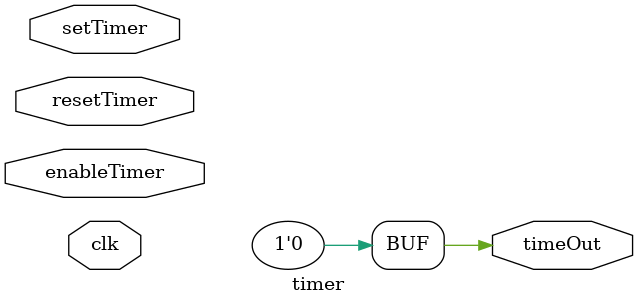
<source format=v>
module timer (input clk,input [5:0]setTimer,input enableTimer,input resetTimer,output timeOut);

assign timeOut = 1'b0;
endmodule

</source>
